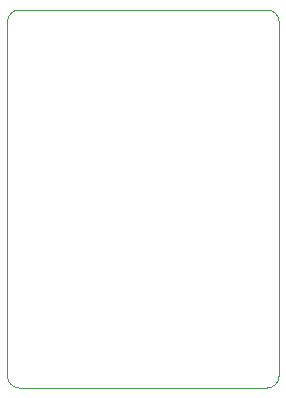
<source format=gbr>
%TF.GenerationSoftware,KiCad,Pcbnew,(6.0.5)*%
%TF.CreationDate,2023-03-06T17:13:13-03:00*%
%TF.ProjectId,ESP32_MicroSD,45535033-325f-44d6-9963-726f53442e6b,rev?*%
%TF.SameCoordinates,Original*%
%TF.FileFunction,Profile,NP*%
%FSLAX46Y46*%
G04 Gerber Fmt 4.6, Leading zero omitted, Abs format (unit mm)*
G04 Created by KiCad (PCBNEW (6.0.5)) date 2023-03-06 17:13:13*
%MOMM*%
%LPD*%
G01*
G04 APERTURE LIST*
%TA.AperFunction,Profile*%
%ADD10C,0.100000*%
%TD*%
G04 APERTURE END LIST*
D10*
X73000000Y-75000000D02*
G75*
G03*
X72000000Y-76000000I0J-1000000D01*
G01*
X95000000Y-106000000D02*
X95000000Y-76000000D01*
X72000000Y-106000000D02*
G75*
G03*
X73000000Y-107000000I1000000J0D01*
G01*
X95000000Y-76000000D02*
G75*
G03*
X94000000Y-75000000I-1000000J0D01*
G01*
X94000000Y-75000000D02*
X73000000Y-75000000D01*
X73000000Y-107000000D02*
X94000000Y-107000000D01*
X94000000Y-107000000D02*
G75*
G03*
X95000000Y-106000000I0J1000000D01*
G01*
X72000000Y-76000000D02*
X72000000Y-106000000D01*
M02*

</source>
